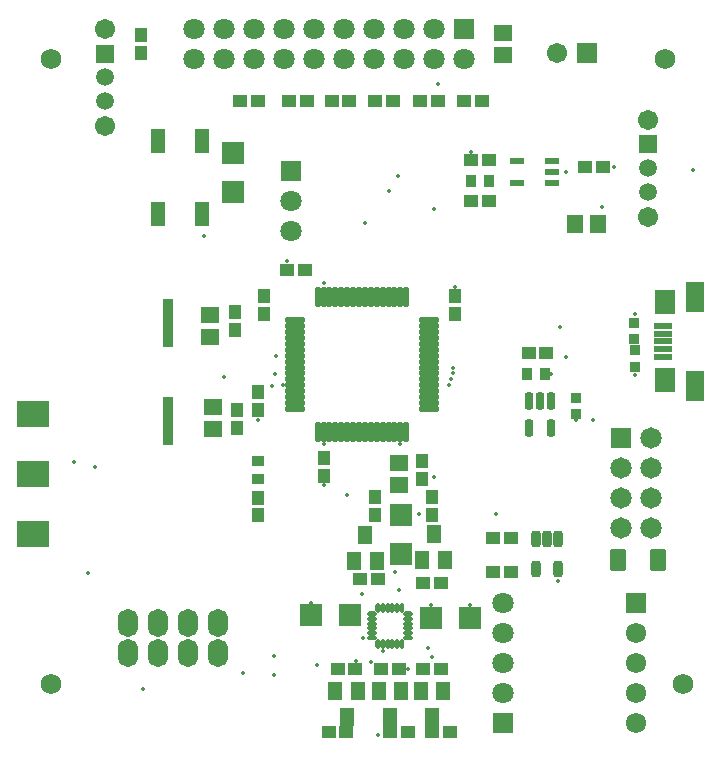
<source format=gts>
G04*
G04 #@! TF.GenerationSoftware,Altium Limited,Altium Designer,20.2.5 (213)*
G04*
G04 Layer_Color=8388736*
%FSLAX44Y44*%
%MOMM*%
G71*
G04*
G04 #@! TF.SameCoordinates,282DB418-F996-4F6C-BFF3-864D386B2F46*
G04*
G04*
G04 #@! TF.FilePolarity,Negative*
G04*
G01*
G75*
%ADD38R,1.1811X0.5080*%
%ADD44R,0.9032X0.9032*%
%ADD45R,1.8032X2.0032*%
%ADD46R,1.5532X0.6032*%
%ADD47R,1.5032X2.5032*%
%ADD48R,1.6032X1.4032*%
G04:AMPARAMS|DCode=49|XSize=0.8432mm|YSize=0.4232mm|CornerRadius=0.1291mm|HoleSize=0mm|Usage=FLASHONLY|Rotation=180.000|XOffset=0mm|YOffset=0mm|HoleType=Round|Shape=RoundedRectangle|*
%AMROUNDEDRECTD49*
21,1,0.8432,0.1650,0,0,180.0*
21,1,0.5850,0.4232,0,0,180.0*
1,1,0.2582,-0.2925,0.0825*
1,1,0.2582,0.2925,0.0825*
1,1,0.2582,0.2925,-0.0825*
1,1,0.2582,-0.2925,-0.0825*
%
%ADD49ROUNDEDRECTD49*%
G04:AMPARAMS|DCode=50|XSize=0.8432mm|YSize=0.4232mm|CornerRadius=0.1291mm|HoleSize=0mm|Usage=FLASHONLY|Rotation=270.000|XOffset=0mm|YOffset=0mm|HoleType=Round|Shape=RoundedRectangle|*
%AMROUNDEDRECTD50*
21,1,0.8432,0.1650,0,0,270.0*
21,1,0.5850,0.4232,0,0,270.0*
1,1,0.2582,-0.0825,-0.2925*
1,1,0.2582,-0.0825,0.2925*
1,1,0.2582,0.0825,0.2925*
1,1,0.2582,0.0825,-0.2925*
%
%ADD50ROUNDEDRECTD50*%
G04:AMPARAMS|DCode=51|XSize=1.4132mm|YSize=0.7932mm|CornerRadius=0.2491mm|HoleSize=0mm|Usage=FLASHONLY|Rotation=270.000|XOffset=0mm|YOffset=0mm|HoleType=Round|Shape=RoundedRectangle|*
%AMROUNDEDRECTD51*
21,1,1.4132,0.2950,0,0,270.0*
21,1,0.9150,0.7932,0,0,270.0*
1,1,0.4982,-0.1475,-0.4575*
1,1,0.4982,-0.1475,0.4575*
1,1,0.4982,0.1475,0.4575*
1,1,0.4982,0.1475,-0.4575*
%
%ADD51ROUNDEDRECTD51*%
G04:AMPARAMS|DCode=52|XSize=1.7632mm|YSize=0.4832mm|CornerRadius=0.1716mm|HoleSize=0mm|Usage=FLASHONLY|Rotation=0.000|XOffset=0mm|YOffset=0mm|HoleType=Round|Shape=RoundedRectangle|*
%AMROUNDEDRECTD52*
21,1,1.7632,0.1400,0,0,0.0*
21,1,1.4200,0.4832,0,0,0.0*
1,1,0.3432,0.7100,-0.0700*
1,1,0.3432,-0.7100,-0.0700*
1,1,0.3432,-0.7100,0.0700*
1,1,0.3432,0.7100,0.0700*
%
%ADD52ROUNDEDRECTD52*%
G04:AMPARAMS|DCode=53|XSize=1.7632mm|YSize=0.4832mm|CornerRadius=0.1716mm|HoleSize=0mm|Usage=FLASHONLY|Rotation=270.000|XOffset=0mm|YOffset=0mm|HoleType=Round|Shape=RoundedRectangle|*
%AMROUNDEDRECTD53*
21,1,1.7632,0.1400,0,0,270.0*
21,1,1.4200,0.4832,0,0,270.0*
1,1,0.3432,-0.0700,-0.7100*
1,1,0.3432,-0.0700,0.7100*
1,1,0.3432,0.0700,0.7100*
1,1,0.3432,0.0700,-0.7100*
%
%ADD53ROUNDEDRECTD53*%
%ADD54R,1.1024X1.1524*%
%ADD55R,1.1524X1.1024*%
%ADD56R,1.9032X1.9032*%
G04:AMPARAMS|DCode=57|XSize=1.4032mm|YSize=1.9032mm|CornerRadius=0.2516mm|HoleSize=0mm|Usage=FLASHONLY|Rotation=0.000|XOffset=0mm|YOffset=0mm|HoleType=Round|Shape=RoundedRectangle|*
%AMROUNDEDRECTD57*
21,1,1.4032,1.4000,0,0,0.0*
21,1,0.9000,1.9032,0,0,0.0*
1,1,0.5032,0.4500,-0.7000*
1,1,0.5032,-0.4500,-0.7000*
1,1,0.5032,-0.4500,0.7000*
1,1,0.5032,0.4500,0.7000*
%
%ADD57ROUNDEDRECTD57*%
%ADD58R,1.2032X1.6032*%
%ADD59R,1.9032X1.9032*%
G04:AMPARAMS|DCode=60|XSize=1.4432mm|YSize=0.7532mm|CornerRadius=0.2391mm|HoleSize=0mm|Usage=FLASHONLY|Rotation=270.000|XOffset=0mm|YOffset=0mm|HoleType=Round|Shape=RoundedRectangle|*
%AMROUNDEDRECTD60*
21,1,1.4432,0.2750,0,0,270.0*
21,1,0.9650,0.7532,0,0,270.0*
1,1,0.4782,-0.1375,-0.4825*
1,1,0.4782,-0.1375,0.4825*
1,1,0.4782,0.1375,0.4825*
1,1,0.4782,0.1375,-0.4825*
%
%ADD60ROUNDEDRECTD60*%
%ADD61R,0.9032X1.1032*%
%ADD62R,1.4032X1.6032*%
%ADD63R,1.3032X2.0032*%
%ADD64R,0.9532X4.1032*%
%ADD65R,1.1032X0.9032*%
%ADD66O,1.7272X2.3876*%
%ADD67R,1.8032X1.8032*%
%ADD68C,1.8032*%
%ADD69R,1.8032X1.8032*%
%ADD70C,1.7272*%
%ADD71R,1.7232X1.7232*%
%ADD72C,1.7232*%
%ADD73R,1.5112X1.5112*%
%ADD74C,1.5112*%
%ADD75C,1.7032*%
%ADD76R,2.7032X2.2032*%
%ADD77O,1.8032X1.8132*%
%ADD78R,1.8032X1.8132*%
%ADD79R,1.7032X1.7032*%
%ADD80C,0.3532*%
D38*
X435483Y575310D02*
D03*
Y594310D02*
D03*
X464820D02*
D03*
Y584810D02*
D03*
Y575310D02*
D03*
D44*
X534518Y443260D02*
D03*
Y457261D02*
D03*
X485140Y394033D02*
D03*
Y380033D02*
D03*
X534670Y420340D02*
D03*
Y434340D02*
D03*
D45*
X560050Y474660D02*
D03*
Y408660D02*
D03*
D46*
X558800Y428660D02*
D03*
Y454660D02*
D03*
Y441660D02*
D03*
Y434860D02*
D03*
Y448160D02*
D03*
D47*
X585550Y404160D02*
D03*
Y479160D02*
D03*
D48*
X422876Y702876D02*
D03*
Y683876D02*
D03*
X335280Y339040D02*
D03*
Y320040D02*
D03*
X177800Y386080D02*
D03*
Y367080D02*
D03*
X175226Y445116D02*
D03*
Y464116D02*
D03*
D49*
X343110Y190660D02*
D03*
Y194660D02*
D03*
Y198660D02*
D03*
Y202660D02*
D03*
Y206660D02*
D03*
Y210660D02*
D03*
X312210D02*
D03*
Y206660D02*
D03*
Y202660D02*
D03*
Y198660D02*
D03*
Y194660D02*
D03*
Y190660D02*
D03*
D50*
X337660Y216110D02*
D03*
X333660D02*
D03*
X329660D02*
D03*
X325660D02*
D03*
X321660D02*
D03*
X317660D02*
D03*
Y185210D02*
D03*
X321660D02*
D03*
X325660D02*
D03*
X329660D02*
D03*
X333660D02*
D03*
X337660D02*
D03*
D51*
X469850Y274020D02*
D03*
X460350D02*
D03*
X450850D02*
D03*
Y248920D02*
D03*
X469850D02*
D03*
D52*
X360610Y459490D02*
D03*
Y454490D02*
D03*
Y449490D02*
D03*
Y444490D02*
D03*
Y439490D02*
D03*
Y434490D02*
D03*
Y429490D02*
D03*
Y424490D02*
D03*
Y419490D02*
D03*
Y414490D02*
D03*
Y409490D02*
D03*
Y404490D02*
D03*
Y399490D02*
D03*
Y394490D02*
D03*
Y389490D02*
D03*
Y384490D02*
D03*
X247010D02*
D03*
Y389490D02*
D03*
Y394490D02*
D03*
Y399490D02*
D03*
Y404490D02*
D03*
Y409490D02*
D03*
Y414490D02*
D03*
Y419490D02*
D03*
Y424490D02*
D03*
Y429490D02*
D03*
Y434490D02*
D03*
Y439490D02*
D03*
Y444490D02*
D03*
Y449490D02*
D03*
Y454490D02*
D03*
Y459490D02*
D03*
D53*
X341310Y365190D02*
D03*
X336310D02*
D03*
X331310D02*
D03*
X326310D02*
D03*
X321310D02*
D03*
X316310D02*
D03*
X311310D02*
D03*
X306310D02*
D03*
X301310D02*
D03*
X296310D02*
D03*
X291310D02*
D03*
X286310D02*
D03*
X281310D02*
D03*
X276310D02*
D03*
X271310D02*
D03*
X266310D02*
D03*
Y478790D02*
D03*
X271310D02*
D03*
X276310D02*
D03*
X281310D02*
D03*
X286310D02*
D03*
X291310D02*
D03*
X296310D02*
D03*
X301310D02*
D03*
X306310D02*
D03*
X311310D02*
D03*
X316310D02*
D03*
X321310D02*
D03*
X326310D02*
D03*
X331310D02*
D03*
X336310D02*
D03*
X341310D02*
D03*
D54*
X314960Y309880D02*
D03*
Y294880D02*
D03*
X354330Y325120D02*
D03*
Y340120D02*
D03*
X215900Y383660D02*
D03*
Y398660D02*
D03*
Y309205D02*
D03*
Y294205D02*
D03*
X196317Y466462D02*
D03*
Y451462D02*
D03*
X363220Y294640D02*
D03*
Y309640D02*
D03*
X116840Y685800D02*
D03*
Y700800D02*
D03*
X271780Y327660D02*
D03*
Y342660D02*
D03*
X220980Y479820D02*
D03*
Y464820D02*
D03*
X198120Y368540D02*
D03*
Y383540D02*
D03*
X382441Y464820D02*
D03*
Y479820D02*
D03*
D55*
X335160Y163982D02*
D03*
X320160D02*
D03*
X293063Y645160D02*
D03*
X278063D02*
D03*
X240370Y501650D02*
D03*
X255370D02*
D03*
X405328Y645160D02*
D03*
X390328D02*
D03*
X367945Y645314D02*
D03*
X352945D02*
D03*
X290590Y110490D02*
D03*
X275590D02*
D03*
X327900D02*
D03*
X342900D02*
D03*
X283330Y163982D02*
D03*
X298330D02*
D03*
X370720Y237071D02*
D03*
X355720D02*
D03*
Y163982D02*
D03*
X370720D02*
D03*
X363460Y110490D02*
D03*
X378460D02*
D03*
X317500Y240030D02*
D03*
X302500D02*
D03*
X414927Y246470D02*
D03*
X429927D02*
D03*
X444940Y431558D02*
D03*
X459940D02*
D03*
X396361Y560170D02*
D03*
X411361D02*
D03*
X414927Y275333D02*
D03*
X429927D02*
D03*
X396361Y595147D02*
D03*
X411361D02*
D03*
X507880Y589280D02*
D03*
X492880D02*
D03*
X200809Y645314D02*
D03*
X215809D02*
D03*
X241949D02*
D03*
X256949D02*
D03*
X315227Y645160D02*
D03*
X330227D02*
D03*
D56*
X194310Y600690D02*
D03*
Y567690D02*
D03*
X336550Y261620D02*
D03*
Y294620D02*
D03*
D57*
X554210Y256540D02*
D03*
X520210D02*
D03*
D58*
X364490Y278130D02*
D03*
X373990Y256130D02*
D03*
X354990D02*
D03*
X306730Y277270D02*
D03*
X316230Y255270D02*
D03*
X297230D02*
D03*
X327660Y123653D02*
D03*
X318160Y145653D02*
D03*
X337160D02*
D03*
X290830Y123653D02*
D03*
X281330Y145653D02*
D03*
X300330D02*
D03*
X363220Y123653D02*
D03*
X353720Y145653D02*
D03*
X372720D02*
D03*
D59*
X361950Y207010D02*
D03*
X394950D02*
D03*
X293370Y209550D02*
D03*
X260370D02*
D03*
D60*
X464160Y391160D02*
D03*
X454660D02*
D03*
X445160D02*
D03*
Y367960D02*
D03*
X464160D02*
D03*
D61*
X458470Y414020D02*
D03*
X443470D02*
D03*
X396361Y577500D02*
D03*
X411361D02*
D03*
D62*
X503486Y541054D02*
D03*
X484486D02*
D03*
D63*
X168360Y611390D02*
D03*
Y549390D02*
D03*
X131360Y611390D02*
D03*
Y549390D02*
D03*
D64*
X139700Y374200D02*
D03*
Y457200D02*
D03*
D65*
X215900Y325120D02*
D03*
Y340120D02*
D03*
D66*
X181610Y203200D02*
D03*
X156464D02*
D03*
X131318D02*
D03*
X105664D02*
D03*
X105410Y177800D02*
D03*
X130937D02*
D03*
X156210D02*
D03*
X181610D02*
D03*
D67*
X422910Y118110D02*
D03*
X243840Y585470D02*
D03*
D68*
X422910Y143510D02*
D03*
Y168910D02*
D03*
Y194310D02*
D03*
Y219710D02*
D03*
X364490Y706120D02*
D03*
X339090D02*
D03*
X313690D02*
D03*
X288290D02*
D03*
X262890D02*
D03*
X237490D02*
D03*
X212090D02*
D03*
X186690D02*
D03*
X161290D02*
D03*
Y680720D02*
D03*
X186690D02*
D03*
X212090D02*
D03*
X237490D02*
D03*
X262890D02*
D03*
X288290D02*
D03*
X313690D02*
D03*
X339090D02*
D03*
X364490D02*
D03*
X389890D02*
D03*
X243840Y534670D02*
D03*
Y560070D02*
D03*
D69*
X389890Y706120D02*
D03*
D70*
X560070Y680720D02*
D03*
X575310Y151130D02*
D03*
X40640D02*
D03*
Y680720D02*
D03*
D71*
X535940Y219710D02*
D03*
D72*
Y194310D02*
D03*
Y168910D02*
D03*
Y143510D02*
D03*
Y118110D02*
D03*
D73*
X86360Y685160D02*
D03*
X546100Y608330D02*
D03*
D74*
X86360Y665160D02*
D03*
Y645160D02*
D03*
X546100Y588330D02*
D03*
Y568330D02*
D03*
D75*
X86360Y706160D02*
D03*
Y624160D02*
D03*
X468630Y685800D02*
D03*
X546100Y629330D02*
D03*
Y547330D02*
D03*
D76*
X25400Y328930D02*
D03*
Y278130D02*
D03*
Y379857D02*
D03*
D77*
X548640Y359410D02*
D03*
Y334010D02*
D03*
Y308610D02*
D03*
Y283210D02*
D03*
X523240D02*
D03*
Y308610D02*
D03*
Y334010D02*
D03*
D78*
Y359410D02*
D03*
D79*
X494030Y685800D02*
D03*
D80*
X534670Y464820D02*
D03*
X476250Y427990D02*
D03*
X298450Y171323D02*
D03*
X303530Y227330D02*
D03*
X335280Y231140D02*
D03*
X361950Y218440D02*
D03*
X469900Y238760D02*
D03*
X229362Y159258D02*
D03*
Y174995D02*
D03*
X368300Y659130D02*
D03*
X363220Y173990D02*
D03*
X342900Y163830D02*
D03*
X304960Y190660D02*
D03*
X321368Y179128D02*
D03*
X331470Y246380D02*
D03*
X271310Y490690D02*
D03*
X236850Y404490D02*
D03*
X271310Y354800D02*
D03*
X336310Y354570D02*
D03*
X291310Y311873D02*
D03*
X306310Y542050D02*
D03*
X326390Y568960D02*
D03*
X379180Y409490D02*
D03*
X229870Y414020D02*
D03*
X227330Y403860D02*
D03*
X380610Y419490D02*
D03*
X231370Y429490D02*
D03*
X377820Y404490D02*
D03*
X380530Y414490D02*
D03*
X170180Y530860D02*
D03*
X364490Y326390D02*
D03*
X265430Y167640D02*
D03*
X359410Y181610D02*
D03*
X311150Y170180D02*
D03*
X317500Y107950D02*
D03*
X202674Y160764D02*
D03*
X351790Y295670D02*
D03*
X118110Y147320D02*
D03*
X271491Y320089D02*
D03*
X260350Y219710D02*
D03*
X394970Y218440D02*
D03*
X215900Y374650D02*
D03*
X584200Y586740D02*
D03*
X499110Y374650D02*
D03*
X516890Y589280D02*
D03*
X416996Y295474D02*
D03*
X71628Y245110D02*
D03*
X77470Y335280D02*
D03*
X59690Y339090D02*
D03*
X186690Y411480D02*
D03*
X240030Y509270D02*
D03*
X471170Y453390D02*
D03*
X485140Y374650D02*
D03*
X463550Y414020D02*
D03*
X534670Y412750D02*
D03*
X396240Y601980D02*
D03*
X382270Y487680D02*
D03*
X334010Y581660D02*
D03*
X364490Y553720D02*
D03*
X506730Y554990D02*
D03*
X476860Y584810D02*
D03*
M02*

</source>
